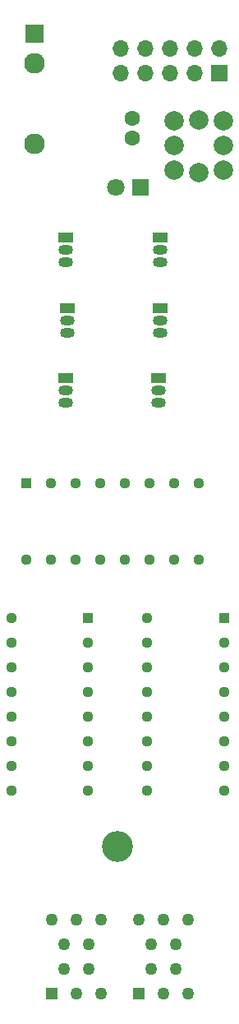
<source format=gbr>
%TF.GenerationSoftware,KiCad,Pcbnew,(6.0.10)*%
%TF.CreationDate,2023-01-06T11:40:19-08:00*%
%TF.ProjectId,16Bars,31364261-7273-42e6-9b69-6361645f7063,rev?*%
%TF.SameCoordinates,Original*%
%TF.FileFunction,Soldermask,Top*%
%TF.FilePolarity,Negative*%
%FSLAX46Y46*%
G04 Gerber Fmt 4.6, Leading zero omitted, Abs format (unit mm)*
G04 Created by KiCad (PCBNEW (6.0.10)) date 2023-01-06 11:40:19*
%MOMM*%
%LPD*%
G01*
G04 APERTURE LIST*
%ADD10R,1.270000X1.270000*%
%ADD11C,1.270000*%
%ADD12C,2.000000*%
%ADD13R,1.930000X1.830000*%
%ADD14C,2.130000*%
%ADD15C,3.200000*%
%ADD16R,1.130000X1.130000*%
%ADD17C,1.130000*%
%ADD18R,1.500000X1.050000*%
%ADD19O,1.500000X1.050000*%
%ADD20R,1.800000X1.800000*%
%ADD21C,1.800000*%
%ADD22R,1.700000X1.700000*%
%ADD23O,1.700000X1.700000*%
%ADD24C,1.600000*%
G04 APERTURE END LIST*
D10*
%TO.C,DS-ONES1*%
X72720000Y-136120000D03*
D11*
X73990000Y-133580000D03*
X75260000Y-136120000D03*
X76530000Y-133580000D03*
X77800000Y-136120000D03*
X77800000Y-128500000D03*
X76530000Y-131040000D03*
X75260000Y-128500000D03*
X73990000Y-131040000D03*
X72720000Y-128500000D03*
%TD*%
D10*
%TO.C,DS-TENS1*%
X63720000Y-136120000D03*
D11*
X64990000Y-133580000D03*
X66260000Y-136120000D03*
X67530000Y-133580000D03*
X68800000Y-136120000D03*
X68800000Y-128500000D03*
X67530000Y-131040000D03*
X66260000Y-128500000D03*
X64990000Y-131040000D03*
X63720000Y-128500000D03*
%TD*%
D12*
%TO.C,SW1*%
X81472400Y-48771600D03*
X76392400Y-48771600D03*
X76392400Y-46231600D03*
X76392400Y-51311600D03*
X81472400Y-46231600D03*
X81472400Y-51311600D03*
X78932400Y-46111600D03*
X78932400Y-51511600D03*
%TD*%
D13*
%TO.C,J1*%
X62000000Y-37220000D03*
D14*
X62000000Y-48620000D03*
X62000000Y-40320000D03*
%TD*%
D15*
%TO.C,REF\u002A\u002A*%
X70500000Y-121000000D03*
%TD*%
D16*
%TO.C,IC3*%
X61110000Y-83530000D03*
D17*
X63650000Y-83530000D03*
X66190000Y-83530000D03*
X68730000Y-83530000D03*
X71270000Y-83530000D03*
X73810000Y-83530000D03*
X76350000Y-83530000D03*
X78890000Y-83530000D03*
X78890000Y-91470000D03*
X76350000Y-91470000D03*
X73810000Y-91470000D03*
X71270000Y-91470000D03*
X68730000Y-91470000D03*
X66190000Y-91470000D03*
X63650000Y-91470000D03*
X61110000Y-91470000D03*
%TD*%
D18*
%TO.C,Q5*%
X65360000Y-65480000D03*
D19*
X65360000Y-66750000D03*
X65360000Y-68020000D03*
%TD*%
D17*
%TO.C,IC1*%
X73560000Y-97460000D03*
X73560000Y-100000000D03*
X73560000Y-102540000D03*
X73560000Y-105080000D03*
X73560000Y-107620000D03*
X73560000Y-110160000D03*
X73560000Y-112700000D03*
X73560000Y-115240000D03*
X81500000Y-115240000D03*
X81500000Y-112700000D03*
X81500000Y-110160000D03*
X81500000Y-107620000D03*
X81500000Y-105080000D03*
X81500000Y-102540000D03*
X81500000Y-100000000D03*
D16*
X81500000Y-97460000D03*
%TD*%
D20*
%TO.C,D2*%
X72898000Y-53086000D03*
D21*
X70358000Y-53086000D03*
%TD*%
D18*
%TO.C,Q1*%
X74940000Y-58230000D03*
D19*
X74940000Y-59500000D03*
X74940000Y-60770000D03*
%TD*%
D18*
%TO.C,Q2*%
X65220000Y-58230000D03*
D19*
X65220000Y-59500000D03*
X65220000Y-60770000D03*
%TD*%
D18*
%TO.C,Q3*%
X74940000Y-65480000D03*
D19*
X74940000Y-66750000D03*
X74940000Y-68020000D03*
%TD*%
D22*
%TO.C,J2*%
X81019600Y-41275000D03*
D23*
X81019600Y-38735000D03*
X78479600Y-41275000D03*
X78479600Y-38735000D03*
X75939600Y-41275000D03*
X75939600Y-38735000D03*
X73399600Y-41275000D03*
X73399600Y-38735000D03*
X70859600Y-41275000D03*
X70859600Y-38735000D03*
%TD*%
D16*
%TO.C,IC2*%
X67500000Y-97460000D03*
D17*
X67500000Y-100000000D03*
X67500000Y-102540000D03*
X67500000Y-105080000D03*
X67500000Y-107620000D03*
X67500000Y-110160000D03*
X67500000Y-112700000D03*
X67500000Y-115240000D03*
X59560000Y-115240000D03*
X59560000Y-112700000D03*
X59560000Y-110160000D03*
X59560000Y-107620000D03*
X59560000Y-105080000D03*
X59560000Y-102540000D03*
X59560000Y-100000000D03*
X59560000Y-97460000D03*
%TD*%
D24*
%TO.C,C1*%
X72000000Y-46000000D03*
X72000000Y-48000000D03*
%TD*%
D18*
%TO.C,Q6*%
X65140000Y-72730000D03*
D19*
X65140000Y-74000000D03*
X65140000Y-75270000D03*
%TD*%
D18*
%TO.C,Q4*%
X74720000Y-72730000D03*
D19*
X74720000Y-74000000D03*
X74720000Y-75270000D03*
%TD*%
M02*

</source>
